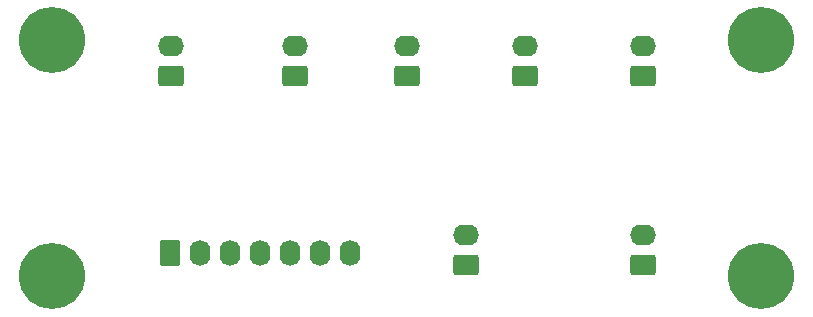
<source format=gbr>
%TF.GenerationSoftware,KiCad,Pcbnew,8.0.7*%
%TF.CreationDate,2025-01-27T22:31:33-06:00*%
%TF.ProjectId,teensy-acc-pcb,7465656e-7379-42d6-9163-632d7063622e,rev?*%
%TF.SameCoordinates,Original*%
%TF.FileFunction,Soldermask,Bot*%
%TF.FilePolarity,Negative*%
%FSLAX46Y46*%
G04 Gerber Fmt 4.6, Leading zero omitted, Abs format (unit mm)*
G04 Created by KiCad (PCBNEW 8.0.7) date 2025-01-27 22:31:33*
%MOMM*%
%LPD*%
G01*
G04 APERTURE LIST*
G04 Aperture macros list*
%AMRoundRect*
0 Rectangle with rounded corners*
0 $1 Rounding radius*
0 $2 $3 $4 $5 $6 $7 $8 $9 X,Y pos of 4 corners*
0 Add a 4 corners polygon primitive as box body*
4,1,4,$2,$3,$4,$5,$6,$7,$8,$9,$2,$3,0*
0 Add four circle primitives for the rounded corners*
1,1,$1+$1,$2,$3*
1,1,$1+$1,$4,$5*
1,1,$1+$1,$6,$7*
1,1,$1+$1,$8,$9*
0 Add four rect primitives between the rounded corners*
20,1,$1+$1,$2,$3,$4,$5,0*
20,1,$1+$1,$4,$5,$6,$7,0*
20,1,$1+$1,$6,$7,$8,$9,0*
20,1,$1+$1,$8,$9,$2,$3,0*%
G04 Aperture macros list end*
%ADD10C,5.600000*%
%ADD11O,2.190000X1.740000*%
%ADD12RoundRect,0.250000X0.845000X-0.620000X0.845000X0.620000X-0.845000X0.620000X-0.845000X-0.620000X0*%
%ADD13RoundRect,0.250000X-0.620000X-0.845000X0.620000X-0.845000X0.620000X0.845000X-0.620000X0.845000X0*%
%ADD14O,1.740000X2.190000*%
G04 APERTURE END LIST*
D10*
%TO.C,H4*%
X90000000Y-105000000D03*
%TD*%
%TO.C,H3*%
X90000000Y-85000000D03*
%TD*%
%TO.C,H2*%
X150000000Y-105000000D03*
%TD*%
%TO.C,H1*%
X150000000Y-85000000D03*
%TD*%
D11*
%TO.C,J8*%
X125000000Y-101460000D03*
D12*
X125000000Y-104000000D03*
%TD*%
D11*
%TO.C,J7*%
X140000000Y-101460000D03*
D12*
X140000000Y-104000000D03*
%TD*%
%TO.C,J6*%
X140040000Y-88000000D03*
D11*
X140040000Y-85460000D03*
%TD*%
D12*
%TO.C,J5*%
X130040000Y-88000000D03*
D11*
X130040000Y-85460000D03*
%TD*%
D12*
%TO.C,J4*%
X120040000Y-88000000D03*
D11*
X120040000Y-85460000D03*
%TD*%
D12*
%TO.C,J3*%
X110540000Y-88000000D03*
D11*
X110540000Y-85460000D03*
%TD*%
D12*
%TO.C,J2*%
X100000000Y-88000000D03*
D11*
X100000000Y-85460000D03*
%TD*%
D13*
%TO.C,J1*%
X99960000Y-103000000D03*
D14*
X102500000Y-103000000D03*
X105040000Y-103000000D03*
X107580000Y-103000000D03*
X110120000Y-103000000D03*
X112660000Y-103000000D03*
X115200000Y-103000000D03*
%TD*%
M02*

</source>
